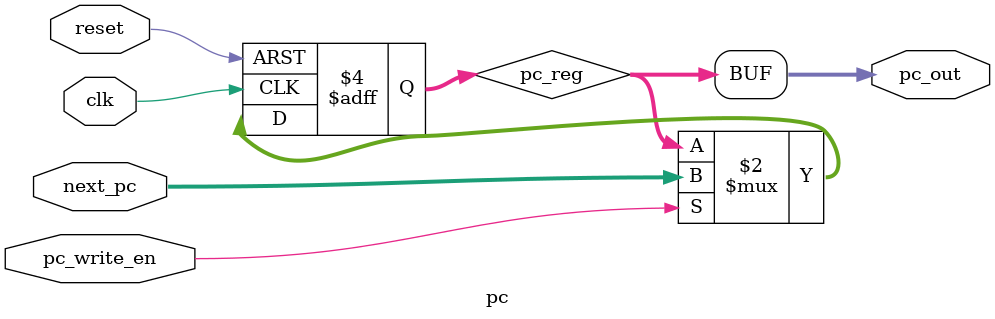
<source format=v>
`timescale 1ns / 1ps


module pc(
    input clk,
    input reset,
    input pc_write_en,
    input[31:0] next_pc,
    output[31:0] pc_out
    );
    
    reg[31:0] pc_reg;

    assign pc_out = pc_reg;

    always @(posedge clk or posedge reset) begin
        if (reset)
            pc_reg <= 32'h00000000;
        else if (pc_write_en)
            pc_reg <= next_pc;
        // else: hold value (stall)
    end 
    
endmodule

</source>
